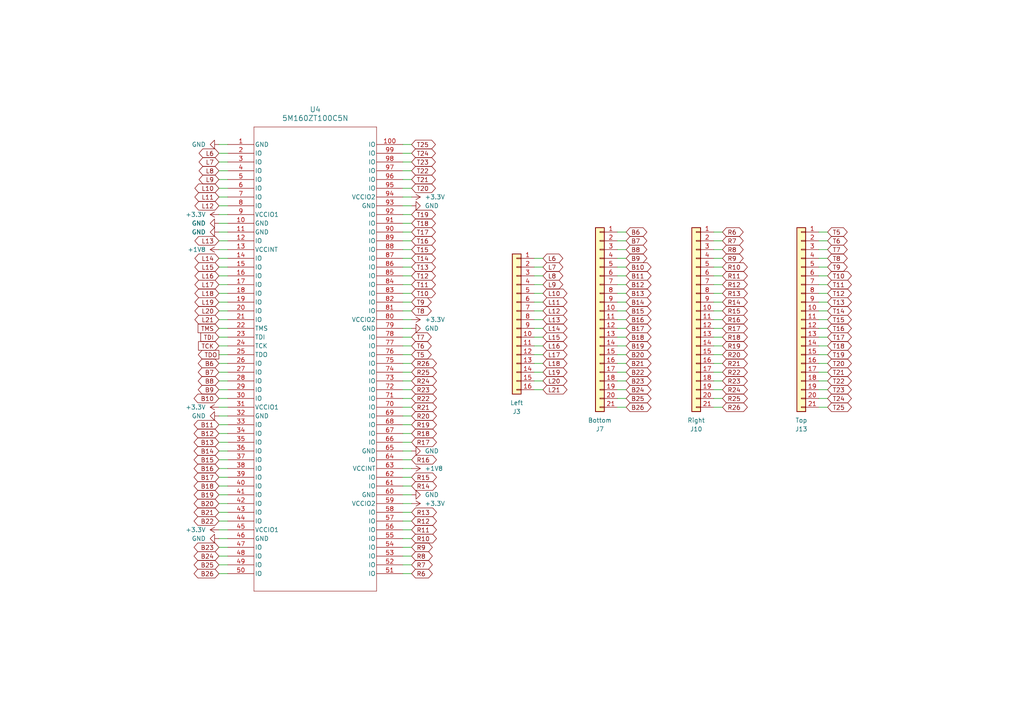
<source format=kicad_sch>
(kicad_sch (version 20230121) (generator eeschema)
  (paper "A4")
  (lib_symbols
    (symbol "0-symbols:5M160ZT100C5N" (pin_names (offset 0.254))
      (property "Reference" "U" (at 25.4 10.16 0))
      (property "Value" "5M160ZT100C5N" (at 25.4 7.62 0))
      (symbol "5M160ZT100C5N_0_1"
        (polyline (pts (xy 7.62 -129.54) (xy 43.18 -129.54)) (stroke (width 0.127)))
        (polyline (pts (xy 7.62 5.08) (xy 7.62 -129.54)) (stroke (width 0.127)))
        (polyline (pts (xy 43.18 -129.54) (xy 43.18 5.08)) (stroke (width 0.127)))
        (polyline (pts (xy 43.18 5.08) (xy 7.62 5.08)) (stroke (width 0.127)))
        (pin power_out line (at 0 0 0) (length 7.62) (name "GND") (number "1"))
        (pin power_out line (at 0 -22.86 0) (length 7.62) (name "GND") (number "10"))
        (pin bidirectional line (at 50.8 0 180) (length 7.62) (name "IO") (number "100"))
        (pin power_out line (at 0 -25.4 0) (length 7.62) (name "GND") (number "11"))
        (pin bidirectional line (at 0 -27.94 0) (length 7.62) (name "IO") (number "12"))
        (pin power_in line (at 0 -30.48 0) (length 7.62) (name "VCCINT") (number "13"))
        (pin bidirectional line (at 0 -33.02 0) (length 7.62) (name "IO") (number "14"))
        (pin bidirectional line (at 0 -35.56 0) (length 7.62) (name "IO") (number "15"))
        (pin bidirectional line (at 0 -38.1 0) (length 7.62) (name "IO") (number "16"))
        (pin bidirectional line (at 0 -40.64 0) (length 7.62) (name "IO") (number "17"))
        (pin bidirectional line (at 0 -43.18 0) (length 7.62) (name "IO") (number "18"))
        (pin bidirectional line (at 0 -45.72 0) (length 7.62) (name "IO") (number "19"))
        (pin bidirectional line (at 0 -2.54 0) (length 7.62) (name "IO") (number "2"))
        (pin bidirectional line (at 0 -48.26 0) (length 7.62) (name "IO") (number "20"))
        (pin bidirectional line (at 0 -50.8 0) (length 7.62) (name "IO") (number "21"))
        (pin input line (at 0 -53.34 0) (length 7.62) (name "TMS") (number "22"))
        (pin input line (at 0 -55.88 0) (length 7.62) (name "TDI") (number "23"))
        (pin input line (at 0 -58.42 0) (length 7.62) (name "TCK") (number "24"))
        (pin output line (at 0 -60.96 0) (length 7.62) (name "TDO") (number "25"))
        (pin bidirectional line (at 0 -63.5 0) (length 7.62) (name "IO") (number "26"))
        (pin bidirectional line (at 0 -66.04 0) (length 7.62) (name "IO") (number "27"))
        (pin bidirectional line (at 0 -68.58 0) (length 7.62) (name "IO") (number "28"))
        (pin bidirectional line (at 0 -71.12 0) (length 7.62) (name "IO") (number "29"))
        (pin bidirectional line (at 0 -5.08 0) (length 7.62) (name "IO") (number "3"))
        (pin bidirectional line (at 0 -73.66 0) (length 7.62) (name "IO") (number "30"))
        (pin power_in line (at 0 -76.2 0) (length 7.62) (name "VCCIO1") (number "31"))
        (pin power_out line (at 0 -78.74 0) (length 7.62) (name "GND") (number "32"))
        (pin bidirectional line (at 0 -81.28 0) (length 7.62) (name "IO") (number "33"))
        (pin bidirectional line (at 0 -83.82 0) (length 7.62) (name "IO") (number "34"))
        (pin bidirectional line (at 0 -86.36 0) (length 7.62) (name "IO") (number "35"))
        (pin bidirectional line (at 0 -88.9 0) (length 7.62) (name "IO") (number "36"))
        (pin bidirectional line (at 0 -91.44 0) (length 7.62) (name "IO") (number "37"))
        (pin bidirectional line (at 0 -93.98 0) (length 7.62) (name "IO") (number "38"))
        (pin bidirectional line (at 0 -96.52 0) (length 7.62) (name "IO") (number "39"))
        (pin bidirectional line (at 0 -7.62 0) (length 7.62) (name "IO") (number "4"))
        (pin bidirectional line (at 0 -99.06 0) (length 7.62) (name "IO") (number "40"))
        (pin bidirectional line (at 0 -101.6 0) (length 7.62) (name "IO") (number "41"))
        (pin bidirectional line (at 0 -104.14 0) (length 7.62) (name "IO") (number "42"))
        (pin bidirectional line (at 0 -106.68 0) (length 7.62) (name "IO") (number "43"))
        (pin bidirectional line (at 0 -109.22 0) (length 7.62) (name "IO") (number "44"))
        (pin power_in line (at 0 -111.76 0) (length 7.62) (name "VCCIO1") (number "45"))
        (pin power_out line (at 0 -114.3 0) (length 7.62) (name "GND") (number "46"))
        (pin bidirectional line (at 0 -116.84 0) (length 7.62) (name "IO") (number "47"))
        (pin bidirectional line (at 0 -119.38 0) (length 7.62) (name "IO") (number "48"))
        (pin bidirectional line (at 0 -121.92 0) (length 7.62) (name "IO") (number "49"))
        (pin bidirectional line (at 0 -10.16 0) (length 7.62) (name "IO") (number "5"))
        (pin bidirectional line (at 0 -124.46 0) (length 7.62) (name "IO") (number "50"))
        (pin bidirectional line (at 50.8 -124.46 180) (length 7.62) (name "IO") (number "51"))
        (pin bidirectional line (at 50.8 -121.92 180) (length 7.62) (name "IO") (number "52"))
        (pin bidirectional line (at 50.8 -119.38 180) (length 7.62) (name "IO") (number "53"))
        (pin bidirectional line (at 50.8 -116.84 180) (length 7.62) (name "IO") (number "54"))
        (pin bidirectional line (at 50.8 -114.3 180) (length 7.62) (name "IO") (number "55"))
        (pin bidirectional line (at 50.8 -111.76 180) (length 7.62) (name "IO") (number "56"))
        (pin bidirectional line (at 50.8 -109.22 180) (length 7.62) (name "IO") (number "57"))
        (pin bidirectional line (at 50.8 -106.68 180) (length 7.62) (name "IO") (number "58"))
        (pin power_in line (at 50.8 -104.14 180) (length 7.62) (name "VCCIO2") (number "59"))
        (pin bidirectional line (at 0 -12.7 0) (length 7.62) (name "IO") (number "6"))
        (pin power_out line (at 50.8 -101.6 180) (length 7.62) (name "GND") (number "60"))
        (pin bidirectional line (at 50.8 -99.06 180) (length 7.62) (name "IO") (number "61"))
        (pin bidirectional line (at 50.8 -96.52 180) (length 7.62) (name "IO") (number "62"))
        (pin power_in line (at 50.8 -93.98 180) (length 7.62) (name "VCCINT") (number "63"))
        (pin bidirectional line (at 50.8 -91.44 180) (length 7.62) (name "IO") (number "64"))
        (pin power_out line (at 50.8 -88.9 180) (length 7.62) (name "GND") (number "65"))
        (pin bidirectional line (at 50.8 -86.36 180) (length 7.62) (name "IO") (number "66"))
        (pin bidirectional line (at 50.8 -83.82 180) (length 7.62) (name "IO") (number "67"))
        (pin bidirectional line (at 50.8 -81.28 180) (length 7.62) (name "IO") (number "68"))
        (pin bidirectional line (at 50.8 -78.74 180) (length 7.62) (name "IO") (number "69"))
        (pin bidirectional line (at 0 -15.24 0) (length 7.62) (name "IO") (number "7"))
        (pin bidirectional line (at 50.8 -76.2 180) (length 7.62) (name "IO") (number "70"))
        (pin bidirectional line (at 50.8 -73.66 180) (length 7.62) (name "IO") (number "71"))
        (pin bidirectional line (at 50.8 -71.12 180) (length 7.62) (name "IO") (number "72"))
        (pin bidirectional line (at 50.8 -68.58 180) (length 7.62) (name "IO") (number "73"))
        (pin bidirectional line (at 50.8 -66.04 180) (length 7.62) (name "IO") (number "74"))
        (pin bidirectional line (at 50.8 -63.5 180) (length 7.62) (name "IO") (number "75"))
        (pin bidirectional line (at 50.8 -60.96 180) (length 7.62) (name "IO") (number "76"))
        (pin bidirectional line (at 50.8 -58.42 180) (length 7.62) (name "IO") (number "77"))
        (pin bidirectional line (at 50.8 -55.88 180) (length 7.62) (name "IO") (number "78"))
        (pin power_out line (at 50.8 -53.34 180) (length 7.62) (name "GND") (number "79"))
        (pin bidirectional line (at 0 -17.78 0) (length 7.62) (name "IO") (number "8"))
        (pin power_in line (at 50.8 -50.8 180) (length 7.62) (name "VCCIO2") (number "80"))
        (pin bidirectional line (at 50.8 -48.26 180) (length 7.62) (name "IO") (number "81"))
        (pin bidirectional line (at 50.8 -45.72 180) (length 7.62) (name "IO") (number "82"))
        (pin bidirectional line (at 50.8 -43.18 180) (length 7.62) (name "IO") (number "83"))
        (pin bidirectional line (at 50.8 -40.64 180) (length 7.62) (name "IO") (number "84"))
        (pin bidirectional line (at 50.8 -38.1 180) (length 7.62) (name "IO") (number "85"))
        (pin bidirectional line (at 50.8 -35.56 180) (length 7.62) (name "IO") (number "86"))
        (pin bidirectional line (at 50.8 -33.02 180) (length 7.62) (name "IO") (number "87"))
        (pin bidirectional line (at 50.8 -30.48 180) (length 7.62) (name "IO") (number "88"))
        (pin bidirectional line (at 50.8 -27.94 180) (length 7.62) (name "IO") (number "89"))
        (pin power_in line (at 0 -20.32 0) (length 7.62) (name "VCCIO1") (number "9"))
        (pin bidirectional line (at 50.8 -25.4 180) (length 7.62) (name "IO") (number "90"))
        (pin bidirectional line (at 50.8 -22.86 180) (length 7.62) (name "IO") (number "91"))
        (pin bidirectional line (at 50.8 -20.32 180) (length 7.62) (name "IO") (number "92"))
        (pin power_out line (at 50.8 -17.78 180) (length 7.62) (name "GND") (number "93"))
        (pin power_in line (at 50.8 -15.24 180) (length 7.62) (name "VCCIO2") (number "94"))
        (pin bidirectional line (at 50.8 -12.7 180) (length 7.62) (name "IO") (number "95"))
        (pin bidirectional line (at 50.8 -10.16 180) (length 7.62) (name "IO") (number "96"))
        (pin bidirectional line (at 50.8 -7.62 180) (length 7.62) (name "IO") (number "97"))
        (pin bidirectional line (at 50.8 -5.08 180) (length 7.62) (name "IO") (number "98"))
        (pin bidirectional line (at 50.8 -2.54 180) (length 7.62) (name "IO") (number "99"))
      )
    )
    (symbol "Connector_Generic:Conn_01x16" (pin_names (offset 1.016) hide)
      (property "Reference" "J" (at 0 20.32 0))
      (property "Value" "Conn_01x16" (at 0 -22.86 0))
      (symbol "Conn_01x16_1_1"
        (rectangle (start -1.27 -20.193) (end 0 -20.447) (stroke (width 0.1524)))
        (rectangle (start -1.27 -17.653) (end 0 -17.907) (stroke (width 0.1524)))
        (rectangle (start -1.27 -15.113) (end 0 -15.367) (stroke (width 0.1524)))
        (rectangle (start -1.27 -12.573) (end 0 -12.827) (stroke (width 0.1524)))
        (rectangle (start -1.27 -10.033) (end 0 -10.287) (stroke (width 0.1524)))
        (rectangle (start -1.27 -7.493) (end 0 -7.747) (stroke (width 0.1524)))
        (rectangle (start -1.27 -4.953) (end 0 -5.207) (stroke (width 0.1524)))
        (rectangle (start -1.27 -2.413) (end 0 -2.667) (stroke (width 0.1524)))
        (rectangle (start -1.27 0.127) (end 0 -0.127) (stroke (width 0.1524)))
        (rectangle (start -1.27 2.667) (end 0 2.413) (stroke (width 0.1524)))
        (rectangle (start -1.27 5.207) (end 0 4.953) (stroke (width 0.1524)))
        (rectangle (start -1.27 7.747) (end 0 7.493) (stroke (width 0.1524)))
        (rectangle (start -1.27 10.287) (end 0 10.033) (stroke (width 0.1524)))
        (rectangle (start -1.27 12.827) (end 0 12.573) (stroke (width 0.1524)))
        (rectangle (start -1.27 15.367) (end 0 15.113) (stroke (width 0.1524)))
        (rectangle (start -1.27 17.907) (end 0 17.653) (stroke (width 0.1524)))
        (rectangle (start -1.27 19.05) (end 1.27 -21.59) (stroke (width 0.254)) (fill (type background)))
        (pin passive line (at -5.08 17.78 0) (length 3.81) (name "Pin_1") (number "1"))
        (pin passive line (at -5.08 -5.08 0) (length 3.81) (name "Pin_10") (number "10"))
        (pin passive line (at -5.08 -7.62 0) (length 3.81) (name "Pin_11") (number "11"))
        (pin passive line (at -5.08 -10.16 0) (length 3.81) (name "Pin_12") (number "12"))
        (pin passive line (at -5.08 -12.7 0) (length 3.81) (name "Pin_13") (number "13"))
        (pin passive line (at -5.08 -15.24 0) (length 3.81) (name "Pin_14") (number "14"))
        (pin passive line (at -5.08 -17.78 0) (length 3.81) (name "Pin_15") (number "15"))
        (pin passive line (at -5.08 -20.32 0) (length 3.81) (name "Pin_16") (number "16"))
        (pin passive line (at -5.08 15.24 0) (length 3.81) (name "Pin_2") (number "2"))
        (pin passive line (at -5.08 12.7 0) (length 3.81) (name "Pin_3") (number "3"))
        (pin passive line (at -5.08 10.16 0) (length 3.81) (name "Pin_4") (number "4"))
        (pin passive line (at -5.08 7.62 0) (length 3.81) (name "Pin_5") (number "5"))
        (pin passive line (at -5.08 5.08 0) (length 3.81) (name "Pin_6") (number "6"))
        (pin passive line (at -5.08 2.54 0) (length 3.81) (name "Pin_7") (number "7"))
        (pin passive line (at -5.08 0 0) (length 3.81) (name "Pin_8") (number "8"))
        (pin passive line (at -5.08 -2.54 0) (length 3.81) (name "Pin_9") (number "9"))
      )
    )
    (symbol "Connector_Generic:Conn_01x21" (pin_names (offset 1.016) hide)
      (property "Reference" "J" (at 0 27.94 0))
      (property "Value" "Conn_01x21" (at 0 -27.94 0))
      (symbol "Conn_01x21_1_1"
        (rectangle (start -1.27 -25.273) (end 0 -25.527) (stroke (width 0.1524)))
        (rectangle (start -1.27 -22.733) (end 0 -22.987) (stroke (width 0.1524)))
        (rectangle (start -1.27 -20.193) (end 0 -20.447) (stroke (width 0.1524)))
        (rectangle (start -1.27 -17.653) (end 0 -17.907) (stroke (width 0.1524)))
        (rectangle (start -1.27 -15.113) (end 0 -15.367) (stroke (width 0.1524)))
        (rectangle (start -1.27 -12.573) (end 0 -12.827) (stroke (width 0.1524)))
        (rectangle (start -1.27 -10.033) (end 0 -10.287) (stroke (width 0.1524)))
        (rectangle (start -1.27 -7.493) (end 0 -7.747) (stroke (width 0.1524)))
        (rectangle (start -1.27 -4.953) (end 0 -5.207) (stroke (width 0.1524)))
        (rectangle (start -1.27 -2.413) (end 0 -2.667) (stroke (width 0.1524)))
        (rectangle (start -1.27 0.127) (end 0 -0.127) (stroke (width 0.1524)))
        (rectangle (start -1.27 2.667) (end 0 2.413) (stroke (width 0.1524)))
        (rectangle (start -1.27 5.207) (end 0 4.953) (stroke (width 0.1524)))
        (rectangle (start -1.27 7.747) (end 0 7.493) (stroke (width 0.1524)))
        (rectangle (start -1.27 10.287) (end 0 10.033) (stroke (width 0.1524)))
        (rectangle (start -1.27 12.827) (end 0 12.573) (stroke (width 0.1524)))
        (rectangle (start -1.27 15.367) (end 0 15.113) (stroke (width 0.1524)))
        (rectangle (start -1.27 17.907) (end 0 17.653) (stroke (width 0.1524)))
        (rectangle (start -1.27 20.447) (end 0 20.193) (stroke (width 0.1524)))
        (rectangle (start -1.27 22.987) (end 0 22.733) (stroke (width 0.1524)))
        (rectangle (start -1.27 25.527) (end 0 25.273) (stroke (width 0.1524)))
        (rectangle (start -1.27 26.67) (end 1.27 -26.67) (stroke (width 0.254)) (fill (type background)))
        (pin passive line (at -5.08 25.4 0) (length 3.81) (name "Pin_1") (number "1"))
        (pin passive line (at -5.08 2.54 0) (length 3.81) (name "Pin_10") (number "10"))
        (pin passive line (at -5.08 0 0) (length 3.81) (name "Pin_11") (number "11"))
        (pin passive line (at -5.08 -2.54 0) (length 3.81) (name "Pin_12") (number "12"))
        (pin passive line (at -5.08 -5.08 0) (length 3.81) (name "Pin_13") (number "13"))
        (pin passive line (at -5.08 -7.62 0) (length 3.81) (name "Pin_14") (number "14"))
        (pin passive line (at -5.08 -10.16 0) (length 3.81) (name "Pin_15") (number "15"))
        (pin passive line (at -5.08 -12.7 0) (length 3.81) (name "Pin_16") (number "16"))
        (pin passive line (at -5.08 -15.24 0) (length 3.81) (name "Pin_17") (number "17"))
        (pin passive line (at -5.08 -17.78 0) (length 3.81) (name "Pin_18") (number "18"))
        (pin passive line (at -5.08 -20.32 0) (length 3.81) (name "Pin_19") (number "19"))
        (pin passive line (at -5.08 22.86 0) (length 3.81) (name "Pin_2") (number "2"))
        (pin passive line (at -5.08 -22.86 0) (length 3.81) (name "Pin_20") (number "20"))
        (pin passive line (at -5.08 -25.4 0) (length 3.81) (name "Pin_21") (number "21"))
        (pin passive line (at -5.08 20.32 0) (length 3.81) (name "Pin_3") (number "3"))
        (pin passive line (at -5.08 17.78 0) (length 3.81) (name "Pin_4") (number "4"))
        (pin passive line (at -5.08 15.24 0) (length 3.81) (name "Pin_5") (number "5"))
        (pin passive line (at -5.08 12.7 0) (length 3.81) (name "Pin_6") (number "6"))
        (pin passive line (at -5.08 10.16 0) (length 3.81) (name "Pin_7") (number "7"))
        (pin passive line (at -5.08 7.62 0) (length 3.81) (name "Pin_8") (number "8"))
        (pin passive line (at -5.08 5.08 0) (length 3.81) (name "Pin_9") (number "9"))
      )
    )
    (symbol "power:+1V8" (power) (pin_names (offset 0))
      (property "Value" "+1V8" (at 0 3.556 0))
      (symbol "+1V8_0_1"
        (polyline (pts (xy -0.762 1.27) (xy 0 2.54)))
        (polyline (pts (xy 0 0) (xy 0 2.54)))
        (polyline (pts (xy 0 2.54) (xy 0.762 1.27)))
      )
      (symbol "+1V8_1_1"
        (pin power_in line (at 0 0 90) (length 0) hide (name "+1V8") (number "1"))
      )
    )
    (symbol "power:+3.3V" (power) (pin_names (offset 0))
      (property "Value" "+3.3V" (at 0 3.556 0))
      (symbol "+3.3V_0_1"
        (polyline (pts (xy -0.762 1.27) (xy 0 2.54)))
        (polyline (pts (xy 0 0) (xy 0 2.54)))
        (polyline (pts (xy 0 2.54) (xy 0.762 1.27)))
      )
      (symbol "+3.3V_1_1"
        (pin power_in line (at 0 0 90) (length 0) hide (name "+3.3V") (number "1"))
      )
    )
    (symbol "power:GND" (power) (pin_names (offset 0))
      (property "Value" "GND" (at 0 -3.81 0))
      (symbol "GND_0_1"
        (polyline (pts (xy 0 0) (xy 0 -1.27) (xy 1.27 -1.27) (xy 0 -2.54) (xy -1.27 -1.27) (xy 0 -1.27)))
      )
      (symbol "GND_1_1"
        (pin power_in line (at 0 0 270) (length 0) hide (name "GND") (number "1"))
      )
    )
  )
  (wire (pts (xy 116.84 107.95) (xy 119.38 107.95)))
  (wire (pts (xy 237.49 85.09) (xy 240.03 85.09)))
  (wire (pts (xy 116.84 87.63) (xy 119.38 87.63)))
  (wire (pts (xy 116.84 140.97) (xy 119.38 140.97)))
  (wire (pts (xy 237.49 107.95) (xy 240.03 107.95)))
  (wire (pts (xy 63.5 143.51) (xy 66.04 143.51)))
  (wire (pts (xy 63.5 120.65) (xy 66.04 120.65)))
  (wire (pts (xy 237.49 69.85) (xy 240.03 69.85)))
  (wire (pts (xy 237.49 74.93) (xy 240.03 74.93)))
  (wire (pts (xy 116.84 135.89) (xy 119.38 135.89)))
  (wire (pts (xy 154.94 77.47) (xy 157.48 77.47)))
  (wire (pts (xy 207.01 67.31) (xy 209.55 67.31)))
  (wire (pts (xy 207.01 72.39) (xy 209.55 72.39)))
  (wire (pts (xy 179.07 67.31) (xy 181.61 67.31)))
  (wire (pts (xy 63.5 82.55) (xy 66.04 82.55)))
  (wire (pts (xy 207.01 77.47) (xy 209.55 77.47)))
  (wire (pts (xy 116.84 44.45) (xy 119.38 44.45)))
  (wire (pts (xy 154.94 107.95) (xy 157.48 107.95)))
  (wire (pts (xy 63.5 74.93) (xy 66.04 74.93)))
  (wire (pts (xy 63.5 95.25) (xy 66.04 95.25)))
  (wire (pts (xy 63.5 100.33) (xy 66.04 100.33)))
  (wire (pts (xy 116.84 163.83) (xy 119.38 163.83)))
  (wire (pts (xy 63.5 64.77) (xy 66.04 64.77)))
  (wire (pts (xy 63.5 90.17) (xy 66.04 90.17)))
  (wire (pts (xy 63.5 133.35) (xy 66.04 133.35)))
  (wire (pts (xy 116.84 153.67) (xy 119.38 153.67)))
  (wire (pts (xy 237.49 115.57) (xy 240.03 115.57)))
  (wire (pts (xy 207.01 85.09) (xy 209.55 85.09)))
  (wire (pts (xy 154.94 80.01) (xy 157.48 80.01)))
  (wire (pts (xy 63.5 110.49) (xy 66.04 110.49)))
  (wire (pts (xy 116.84 67.31) (xy 119.38 67.31)))
  (wire (pts (xy 154.94 110.49) (xy 157.48 110.49)))
  (wire (pts (xy 63.5 123.19) (xy 66.04 123.19)))
  (wire (pts (xy 63.5 87.63) (xy 66.04 87.63)))
  (wire (pts (xy 63.5 113.03) (xy 66.04 113.03)))
  (wire (pts (xy 63.5 67.31) (xy 66.04 67.31)))
  (wire (pts (xy 63.5 148.59) (xy 66.04 148.59)))
  (wire (pts (xy 179.07 100.33) (xy 181.61 100.33)))
  (wire (pts (xy 207.01 100.33) (xy 209.55 100.33)))
  (wire (pts (xy 63.5 62.23) (xy 66.04 62.23)))
  (wire (pts (xy 207.01 95.25) (xy 209.55 95.25)))
  (wire (pts (xy 63.5 49.53) (xy 66.04 49.53)))
  (wire (pts (xy 116.84 151.13) (xy 119.38 151.13)))
  (wire (pts (xy 63.5 72.39) (xy 66.04 72.39)))
  (wire (pts (xy 207.01 92.71) (xy 209.55 92.71)))
  (wire (pts (xy 179.07 87.63) (xy 181.61 87.63)))
  (wire (pts (xy 179.07 113.03) (xy 181.61 113.03)))
  (wire (pts (xy 237.49 72.39) (xy 240.03 72.39)))
  (wire (pts (xy 207.01 110.49) (xy 209.55 110.49)))
  (wire (pts (xy 116.84 72.39) (xy 119.38 72.39)))
  (wire (pts (xy 237.49 113.03) (xy 240.03 113.03)))
  (wire (pts (xy 154.94 90.17) (xy 157.48 90.17)))
  (wire (pts (xy 63.5 44.45) (xy 66.04 44.45)))
  (wire (pts (xy 179.07 74.93) (xy 181.61 74.93)))
  (wire (pts (xy 237.49 105.41) (xy 240.03 105.41)))
  (wire (pts (xy 116.84 166.37) (xy 119.38 166.37)))
  (wire (pts (xy 116.84 85.09) (xy 119.38 85.09)))
  (wire (pts (xy 237.49 80.01) (xy 240.03 80.01)))
  (wire (pts (xy 116.84 46.99) (xy 119.38 46.99)))
  (wire (pts (xy 63.5 161.29) (xy 66.04 161.29)))
  (wire (pts (xy 116.84 148.59) (xy 119.38 148.59)))
  (wire (pts (xy 154.94 92.71) (xy 157.48 92.71)))
  (wire (pts (xy 63.5 166.37) (xy 66.04 166.37)))
  (wire (pts (xy 116.84 92.71) (xy 119.38 92.71)))
  (wire (pts (xy 63.5 153.67) (xy 66.04 153.67)))
  (wire (pts (xy 116.84 143.51) (xy 119.38 143.51)))
  (wire (pts (xy 154.94 102.87) (xy 157.48 102.87)))
  (wire (pts (xy 207.01 102.87) (xy 209.55 102.87)))
  (wire (pts (xy 179.07 107.95) (xy 181.61 107.95)))
  (wire (pts (xy 207.01 115.57) (xy 209.55 115.57)))
  (wire (pts (xy 154.94 95.25) (xy 157.48 95.25)))
  (wire (pts (xy 116.84 59.69) (xy 119.38 59.69)))
  (wire (pts (xy 179.07 82.55) (xy 181.61 82.55)))
  (wire (pts (xy 179.07 85.09) (xy 181.61 85.09)))
  (wire (pts (xy 179.07 90.17) (xy 181.61 90.17)))
  (wire (pts (xy 237.49 102.87) (xy 240.03 102.87)))
  (wire (pts (xy 63.5 115.57) (xy 66.04 115.57)))
  (wire (pts (xy 63.5 59.69) (xy 66.04 59.69)))
  (wire (pts (xy 63.5 92.71) (xy 66.04 92.71)))
  (wire (pts (xy 179.07 105.41) (xy 181.61 105.41)))
  (wire (pts (xy 237.49 90.17) (xy 240.03 90.17)))
  (wire (pts (xy 63.5 130.81) (xy 66.04 130.81)))
  (wire (pts (xy 237.49 92.71) (xy 240.03 92.71)))
  (wire (pts (xy 116.84 146.05) (xy 119.38 146.05)))
  (wire (pts (xy 237.49 118.11) (xy 240.03 118.11)))
  (wire (pts (xy 63.5 118.11) (xy 66.04 118.11)))
  (wire (pts (xy 116.84 161.29) (xy 119.38 161.29)))
  (wire (pts (xy 63.5 128.27) (xy 66.04 128.27)))
  (wire (pts (xy 63.5 107.95) (xy 66.04 107.95)))
  (wire (pts (xy 63.5 52.07) (xy 66.04 52.07)))
  (wire (pts (xy 207.01 74.93) (xy 209.55 74.93)))
  (wire (pts (xy 207.01 118.11) (xy 209.55 118.11)))
  (wire (pts (xy 116.84 158.75) (xy 119.38 158.75)))
  (wire (pts (xy 63.5 80.01) (xy 66.04 80.01)))
  (wire (pts (xy 179.07 95.25) (xy 181.61 95.25)))
  (wire (pts (xy 237.49 97.79) (xy 240.03 97.79)))
  (wire (pts (xy 63.5 146.05) (xy 66.04 146.05)))
  (wire (pts (xy 116.84 64.77) (xy 119.38 64.77)))
  (wire (pts (xy 116.84 95.25) (xy 119.38 95.25)))
  (wire (pts (xy 154.94 87.63) (xy 157.48 87.63)))
  (wire (pts (xy 116.84 100.33) (xy 119.38 100.33)))
  (wire (pts (xy 116.84 113.03) (xy 119.38 113.03)))
  (wire (pts (xy 207.01 69.85) (xy 209.55 69.85)))
  (wire (pts (xy 116.84 156.21) (xy 119.38 156.21)))
  (wire (pts (xy 179.07 80.01) (xy 181.61 80.01)))
  (wire (pts (xy 63.5 105.41) (xy 66.04 105.41)))
  (wire (pts (xy 154.94 82.55) (xy 157.48 82.55)))
  (wire (pts (xy 116.84 105.41) (xy 119.38 105.41)))
  (wire (pts (xy 116.84 62.23) (xy 119.38 62.23)))
  (wire (pts (xy 116.84 52.07) (xy 119.38 52.07)))
  (wire (pts (xy 63.5 46.99) (xy 66.04 46.99)))
  (wire (pts (xy 154.94 74.93) (xy 157.48 74.93)))
  (wire (pts (xy 237.49 82.55) (xy 240.03 82.55)))
  (wire (pts (xy 116.84 123.19) (xy 119.38 123.19)))
  (wire (pts (xy 179.07 102.87) (xy 181.61 102.87)))
  (wire (pts (xy 207.01 82.55) (xy 209.55 82.55)))
  (wire (pts (xy 63.5 151.13) (xy 66.04 151.13)))
  (wire (pts (xy 116.84 102.87) (xy 119.38 102.87)))
  (wire (pts (xy 207.01 107.95) (xy 209.55 107.95)))
  (wire (pts (xy 116.84 54.61) (xy 119.38 54.61)))
  (wire (pts (xy 116.84 125.73) (xy 119.38 125.73)))
  (wire (pts (xy 179.07 72.39) (xy 181.61 72.39)))
  (wire (pts (xy 179.07 92.71) (xy 181.61 92.71)))
  (wire (pts (xy 179.07 115.57) (xy 181.61 115.57)))
  (wire (pts (xy 116.84 110.49) (xy 119.38 110.49)))
  (wire (pts (xy 207.01 87.63) (xy 209.55 87.63)))
  (wire (pts (xy 179.07 77.47) (xy 181.61 77.47)))
  (wire (pts (xy 116.84 128.27) (xy 119.38 128.27)))
  (wire (pts (xy 116.84 133.35) (xy 119.38 133.35)))
  (wire (pts (xy 116.84 77.47) (xy 119.38 77.47)))
  (wire (pts (xy 116.84 49.53) (xy 119.38 49.53)))
  (wire (pts (xy 237.49 87.63) (xy 240.03 87.63)))
  (wire (pts (xy 237.49 95.25) (xy 240.03 95.25)))
  (wire (pts (xy 63.5 158.75) (xy 66.04 158.75)))
  (wire (pts (xy 207.01 105.41) (xy 209.55 105.41)))
  (wire (pts (xy 116.84 118.11) (xy 119.38 118.11)))
  (wire (pts (xy 237.49 67.31) (xy 240.03 67.31)))
  (wire (pts (xy 63.5 57.15) (xy 66.04 57.15)))
  (wire (pts (xy 237.49 100.33) (xy 240.03 100.33)))
  (wire (pts (xy 116.84 138.43) (xy 119.38 138.43)))
  (wire (pts (xy 116.84 90.17) (xy 119.38 90.17)))
  (wire (pts (xy 116.84 115.57) (xy 119.38 115.57)))
  (wire (pts (xy 63.5 77.47) (xy 66.04 77.47)))
  (wire (pts (xy 63.5 54.61) (xy 66.04 54.61)))
  (wire (pts (xy 116.84 74.93) (xy 119.38 74.93)))
  (wire (pts (xy 179.07 118.11) (xy 181.61 118.11)))
  (wire (pts (xy 63.5 41.91) (xy 66.04 41.91)))
  (wire (pts (xy 63.5 125.73) (xy 66.04 125.73)))
  (wire (pts (xy 207.01 80.01) (xy 209.55 80.01)))
  (wire (pts (xy 116.84 80.01) (xy 119.38 80.01)))
  (wire (pts (xy 63.5 163.83) (xy 66.04 163.83)))
  (wire (pts (xy 154.94 105.41) (xy 157.48 105.41)))
  (wire (pts (xy 116.84 130.81) (xy 119.38 130.81)))
  (wire (pts (xy 63.5 97.79) (xy 66.04 97.79)))
  (wire (pts (xy 63.5 69.85) (xy 66.04 69.85)))
  (wire (pts (xy 63.5 135.89) (xy 66.04 135.89)))
  (wire (pts (xy 63.5 140.97) (xy 66.04 140.97)))
  (wire (pts (xy 116.84 82.55) (xy 119.38 82.55)))
  (wire (pts (xy 207.01 97.79) (xy 209.55 97.79)))
  (wire (pts (xy 207.01 90.17) (xy 209.55 90.17)))
  (wire (pts (xy 154.94 100.33) (xy 157.48 100.33)))
  (wire (pts (xy 154.94 97.79) (xy 157.48 97.79)))
  (wire (pts (xy 237.49 110.49) (xy 240.03 110.49)))
  (wire (pts (xy 179.07 110.49) (xy 181.61 110.49)))
  (wire (pts (xy 237.49 77.47) (xy 240.03 77.47)))
  (wire (pts (xy 179.07 97.79) (xy 181.61 97.79)))
  (wire (pts (xy 116.84 97.79) (xy 119.38 97.79)))
  (wire (pts (xy 207.01 113.03) (xy 209.55 113.03)))
  (wire (pts (xy 116.84 69.85) (xy 119.38 69.85)))
  (wire (pts (xy 63.5 85.09) (xy 66.04 85.09)))
  (wire (pts (xy 154.94 85.09) (xy 157.48 85.09)))
  (wire (pts (xy 154.94 113.03) (xy 157.48 113.03)))
  (wire (pts (xy 116.84 120.65) (xy 119.38 120.65)))
  (wire (pts (xy 63.5 156.21) (xy 66.04 156.21)))
  (wire (pts (xy 63.5 138.43) (xy 66.04 138.43)))
  (wire (pts (xy 116.84 57.15) (xy 119.38 57.15)))
  (wire (pts (xy 116.84 41.91) (xy 119.38 41.91)))
  (wire (pts (xy 179.07 69.85) (xy 181.61 69.85)))
  (wire (pts (xy 63.5 102.87) (xy 66.04 102.87)))
  (global_label "R11" (shape bidirectional) (at 209.55 80.01 0) (property "Intersheetrefs" "${INTERSHEET_REFS}" (effects hide)))
  (global_label "R18" (shape bidirectional) (at 119.38 125.73 0) (property "Intersheetrefs" "${INTERSHEET_REFS}" (effects hide)))
  (global_label "B23" (shape bidirectional) (at 181.61 110.49 0) (property "Intersheetrefs" "${INTERSHEET_REFS}" (effects hide)))
  (global_label "B10" (shape bidirectional) (at 181.61 77.47 0) (property "Intersheetrefs" "${INTERSHEET_REFS}" (effects hide)))
  (global_label "R6" (shape bidirectional) (at 209.55 67.31 0) (property "Intersheetrefs" "${INTERSHEET_REFS}" (effects hide)))
  (global_label "R8" (shape bidirectional) (at 119.38 161.29 0) (property "Intersheetrefs" "${INTERSHEET_REFS}" (effects hide)))
  (global_label "T12" (shape bidirectional) (at 119.38 80.01 0) (property "Intersheetrefs" "${INTERSHEET_REFS}" (effects hide)))
  (global_label "B13" (shape bidirectional) (at 181.61 85.09 0) (property "Intersheetrefs" "${INTERSHEET_REFS}" (effects hide)))
  (global_label "B24" (shape bidirectional) (at 63.5 161.29 180) (property "Intersheetrefs" "${INTERSHEET_REFS}" (effects hide)))
  (global_label "L12" (shape bidirectional) (at 157.48 90.17 0) (property "Intersheetrefs" "${INTERSHEET_REFS}" (effects hide)))
  (global_label "T22" (shape bidirectional) (at 119.38 49.53 0) (property "Intersheetrefs" "${INTERSHEET_REFS}" (effects hide)))
  (global_label "T7" (shape bidirectional) (at 240.03 72.39 0) (property "Intersheetrefs" "${INTERSHEET_REFS}" (effects hide)))
  (global_label "L17" (shape bidirectional) (at 157.48 102.87 0) (property "Intersheetrefs" "${INTERSHEET_REFS}" (effects hide)))
  (global_label "B15" (shape bidirectional) (at 63.5 133.35 180) (property "Intersheetrefs" "${INTERSHEET_REFS}" (effects hide)))
  (global_label "R25" (shape bidirectional) (at 209.55 115.57 0) (property "Intersheetrefs" "${INTERSHEET_REFS}" (effects hide)))
  (global_label "L13" (shape bidirectional) (at 157.48 92.71 0) (property "Intersheetrefs" "${INTERSHEET_REFS}" (effects hide)))
  (global_label "B20" (shape bidirectional) (at 181.61 102.87 0) (property "Intersheetrefs" "${INTERSHEET_REFS}" (effects hide)))
  (global_label "B17" (shape bidirectional) (at 181.61 95.25 0) (property "Intersheetrefs" "${INTERSHEET_REFS}" (effects hide)))
  (global_label "R22" (shape bidirectional) (at 119.38 115.57 0) (property "Intersheetrefs" "${INTERSHEET_REFS}" (effects hide)))
  (global_label "B16" (shape bidirectional) (at 63.5 135.89 180) (property "Intersheetrefs" "${INTERSHEET_REFS}" (effects hide)))
  (global_label "T23" (shape bidirectional) (at 119.38 46.99 0) (property "Intersheetrefs" "${INTERSHEET_REFS}" (effects hide)))
  (global_label "T13" (shape bidirectional) (at 240.03 87.63 0) (property "Intersheetrefs" "${INTERSHEET_REFS}" (effects hide)))
  (global_label "B23" (shape bidirectional) (at 63.5 158.75 180) (property "Intersheetrefs" "${INTERSHEET_REFS}" (effects hide)))
  (global_label "R13" (shape bidirectional) (at 119.38 148.59 0) (property "Intersheetrefs" "${INTERSHEET_REFS}" (effects hide)))
  (global_label "B6" (shape bidirectional) (at 181.61 67.31 0) (property "Intersheetrefs" "${INTERSHEET_REFS}" (effects hide)))
  (global_label "B8" (shape bidirectional) (at 63.5 110.49 180) (property "Intersheetrefs" "${INTERSHEET_REFS}" (effects hide)))
  (global_label "B11" (shape bidirectional) (at 63.5 123.19 180) (property "Intersheetrefs" "${INTERSHEET_REFS}" (effects hide)))
  (global_label "T17" (shape bidirectional) (at 119.38 67.31 0) (property "Intersheetrefs" "${INTERSHEET_REFS}" (effects hide)))
  (global_label "T7" (shape bidirectional) (at 119.38 97.79 0) (property "Intersheetrefs" "${INTERSHEET_REFS}" (effects hide)))
  (global_label "B15" (shape bidirectional) (at 181.61 90.17 0) (property "Intersheetrefs" "${INTERSHEET_REFS}" (effects hide)))
  (global_label "R9" (shape bidirectional) (at 209.55 74.93 0) (property "Intersheetrefs" "${INTERSHEET_REFS}" (effects hide)))
  (global_label "B8" (shape bidirectional) (at 181.61 72.39 0) (property "Intersheetrefs" "${INTERSHEET_REFS}" (effects hide)))
  (global_label "R17" (shape bidirectional) (at 119.38 128.27 0) (property "Intersheetrefs" "${INTERSHEET_REFS}" (effects hide)))
  (global_label "T15" (shape bidirectional) (at 119.38 72.39 0) (property "Intersheetrefs" "${INTERSHEET_REFS}" (effects hide)))
  (global_label "L7" (shape bidirectional) (at 63.5 46.99 180) (property "Intersheetrefs" "${INTERSHEET_REFS}" (effects hide)))
  (global_label "B9" (shape bidirectional) (at 181.61 74.93 0) (property "Intersheetrefs" "${INTERSHEET_REFS}" (effects hide)))
  (global_label "B7" (shape bidirectional) (at 181.61 69.85 0) (property "Intersheetrefs" "${INTERSHEET_REFS}" (effects hide)))
  (global_label "R10" (shape bidirectional) (at 209.55 77.47 0) (property "Intersheetrefs" "${INTERSHEET_REFS}" (effects hide)))
  (global_label "L16" (shape bidirectional) (at 157.48 100.33 0) (property "Intersheetrefs" "${INTERSHEET_REFS}" (effects hide)))
  (global_label "R19" (shape bidirectional) (at 119.38 123.19 0) (property "Intersheetrefs" "${INTERSHEET_REFS}" (effects hide)))
  (global_label "T12" (shape bidirectional) (at 240.03 85.09 0) (property "Intersheetrefs" "${INTERSHEET_REFS}" (effects hide)))
  (global_label "TDO" (shape output) (at 63.5 102.87 180) (property "Intersheetrefs" "${INTERSHEET_REFS}" (effects hide)))
  (global_label "B20" (shape bidirectional) (at 63.5 146.05 180) (property "Intersheetrefs" "${INTERSHEET_REFS}" (effects hide)))
  (global_label "L21" (shape bidirectional) (at 157.48 113.03 0) (property "Intersheetrefs" "${INTERSHEET_REFS}" (effects hide)))
  (global_label "T6" (shape bidirectional) (at 119.38 100.33 0) (property "Intersheetrefs" "${INTERSHEET_REFS}" (effects hide)))
  (global_label "L18" (shape bidirectional) (at 157.48 105.41 0) (property "Intersheetrefs" "${INTERSHEET_REFS}" (effects hide)))
  (global_label "T20" (shape bidirectional) (at 240.03 105.41 0) (property "Intersheetrefs" "${INTERSHEET_REFS}" (effects hide)))
  (global_label "R12" (shape bidirectional) (at 119.38 151.13 0) (property "Intersheetrefs" "${INTERSHEET_REFS}" (effects hide)))
  (global_label "R24" (shape bidirectional) (at 209.55 113.03 0) (property "Intersheetrefs" "${INTERSHEET_REFS}" (effects hide)))
  (global_label "L18" (shape bidirectional) (at 63.5 85.09 180) (property "Intersheetrefs" "${INTERSHEET_REFS}" (effects hide)))
  (global_label "T19" (shape bidirectional) (at 240.03 102.87 0) (property "Intersheetrefs" "${INTERSHEET_REFS}" (effects hide)))
  (global_label "B21" (shape bidirectional) (at 63.5 148.59 180) (property "Intersheetrefs" "${INTERSHEET_REFS}" (effects hide)))
  (global_label "B25" (shape bidirectional) (at 63.5 163.83 180) (property "Intersheetrefs" "${INTERSHEET_REFS}" (effects hide)))
  (global_label "R9" (shape bidirectional) (at 119.38 158.75 0) (property "Intersheetrefs" "${INTERSHEET_REFS}" (effects hide)))
  (global_label "B12" (shape bidirectional) (at 63.5 125.73 180) (property "Intersheetrefs" "${INTERSHEET_REFS}" (effects hide)))
  (global_label "R21" (shape bidirectional) (at 119.38 118.11 0) (property "Intersheetrefs" "${INTERSHEET_REFS}" (effects hide)))
  (global_label "R14" (shape bidirectional) (at 209.55 87.63 0) (property "Intersheetrefs" "${INTERSHEET_REFS}" (effects hide)))
  (global_label "R6" (shape bidirectional) (at 119.38 166.37 0) (property "Intersheetrefs" "${INTERSHEET_REFS}" (effects hide)))
  (global_label "B17" (shape bidirectional) (at 63.5 138.43 180) (property "Intersheetrefs" "${INTERSHEET_REFS}" (effects hide)))
  (global_label "B12" (shape bidirectional) (at 181.61 82.55 0) (property "Intersheetrefs" "${INTERSHEET_REFS}" (effects hide)))
  (global_label "B19" (shape bidirectional) (at 181.61 100.33 0) (property "Intersheetrefs" "${INTERSHEET_REFS}" (effects hide)))
  (global_label "T15" (shape bidirectional) (at 240.03 92.71 0) (property "Intersheetrefs" "${INTERSHEET_REFS}" (effects hide)))
  (global_label "R24" (shape bidirectional) (at 119.38 110.49 0) (property "Intersheetrefs" "${INTERSHEET_REFS}" (effects hide)))
  (global_label "T24" (shape bidirectional) (at 240.03 115.57 0) (property "Intersheetrefs" "${INTERSHEET_REFS}" (effects hide)))
  (global_label "L21" (shape bidirectional) (at 63.5 92.71 180) (property "Intersheetrefs" "${INTERSHEET_REFS}" (effects hide)))
  (global_label "L20" (shape bidirectional) (at 157.48 110.49 0) (property "Intersheetrefs" "${INTERSHEET_REFS}" (effects hide)))
  (global_label "B16" (shape bidirectional) (at 181.61 92.71 0) (property "Intersheetrefs" "${INTERSHEET_REFS}" (effects hide)))
  (global_label "B18" (shape bidirectional) (at 63.5 140.97 180) (property "Intersheetrefs" "${INTERSHEET_REFS}" (effects hide)))
  (global_label "T16" (shape bidirectional) (at 240.03 95.25 0) (property "Intersheetrefs" "${INTERSHEET_REFS}" (effects hide)))
  (global_label "R22" (shape bidirectional) (at 209.55 107.95 0) (property "Intersheetrefs" "${INTERSHEET_REFS}" (effects hide)))
  (global_label "R23" (shape bidirectional) (at 209.55 110.49 0) (property "Intersheetrefs" "${INTERSHEET_REFS}" (effects hide)))
  (global_label "T8" (shape bidirectional) (at 119.38 90.17 0) (property "Intersheetrefs" "${INTERSHEET_REFS}" (effects hide)))
  (global_label "T19" (shape bidirectional) (at 119.38 62.23 0) (property "Intersheetrefs" "${INTERSHEET_REFS}" (effects hide)))
  (global_label "R11" (shape bidirectional) (at 119.38 153.67 0) (property "Intersheetrefs" "${INTERSHEET_REFS}" (effects hide)))
  (global_label "L15" (shape bidirectional) (at 63.5 77.47 180) (property "Intersheetrefs" "${INTERSHEET_REFS}" (effects hide)))
  (global_label "L17" (shape bidirectional) (at 63.5 82.55 180) (property "Intersheetrefs" "${INTERSHEET_REFS}" (effects hide)))
  (global_label "B26" (shape bidirectional) (at 63.5 166.37 180) (property "Intersheetrefs" "${INTERSHEET_REFS}" (effects hide)))
  (global_label "T11" (shape bidirectional) (at 240.03 82.55 0) (property "Intersheetrefs" "${INTERSHEET_REFS}" (effects hide)))
  (global_label "L10" (shape bidirectional) (at 157.48 85.09 0) (property "Intersheetrefs" "${INTERSHEET_REFS}" (effects hide)))
  (global_label "T5" (shape bidirectional) (at 119.38 102.87 0) (property "Intersheetrefs" "${INTERSHEET_REFS}" (effects hide)))
  (global_label "R15" (shape bidirectional) (at 209.55 90.17 0) (property "Intersheetrefs" "${INTERSHEET_REFS}" (effects hide)))
  (global_label "R13" (shape bidirectional) (at 209.55 85.09 0) (property "Intersheetrefs" "${INTERSHEET_REFS}" (effects hide)))
  (global_label "R25" (shape bidirectional) (at 119.38 107.95 0) (property "Intersheetrefs" "${INTERSHEET_REFS}" (effects hide)))
  (global_label "T17" (shape bidirectional) (at 240.03 97.79 0) (property "Intersheetrefs" "${INTERSHEET_REFS}" (effects hide)))
  (global_label "T24" (shape bidirectional) (at 119.38 44.45 0) (property "Intersheetrefs" "${INTERSHEET_REFS}" (effects hide)))
  (global_label "B11" (shape bidirectional) (at 181.61 80.01 0) (property "Intersheetrefs" "${INTERSHEET_REFS}" (effects hide)))
  (global_label "R17" (shape bidirectional) (at 209.55 95.25 0) (property "Intersheetrefs" "${INTERSHEET_REFS}" (effects hide)))
  (global_label "L19" (shape bidirectional) (at 157.48 107.95 0) (property "Intersheetrefs" "${INTERSHEET_REFS}" (effects hide)))
  (global_label "T11" (shape bidirectional) (at 119.38 82.55 0) (property "Intersheetrefs" "${INTERSHEET_REFS}" (effects hide)))
  (global_label "R15" (shape bidirectional) (at 119.38 138.43 0) (property "Intersheetrefs" "${INTERSHEET_REFS}" (effects hide)))
  (global_label "B22" (shape bidirectional) (at 181.61 107.95 0) (property "Intersheetrefs" "${INTERSHEET_REFS}" (effects hide)))
  (global_label "T25" (shape bidirectional) (at 240.03 118.11 0) (property "Intersheetrefs" "${INTERSHEET_REFS}" (effects hide)))
  (global_label "T18" (shape bidirectional) (at 119.38 64.77 0) (property "Intersheetrefs" "${INTERSHEET_REFS}" (effects hide)))
  (global_label "B14" (shape bidirectional) (at 63.5 130.81 180) (property "Intersheetrefs" "${INTERSHEET_REFS}" (effects hide)))
  (global_label "B10" (shape bidirectional) (at 63.5 115.57 180) (property "Intersheetrefs" "${INTERSHEET_REFS}" (effects hide)))
  (global_label "R10" (shape bidirectional) (at 119.38 156.21 0) (property "Intersheetrefs" "${INTERSHEET_REFS}" (effects hide)))
  (global_label "R18" (shape bidirectional) (at 209.55 97.79 0) (property "Intersheetrefs" "${INTERSHEET_REFS}" (effects hide)))
  (global_label "B18" (shape bidirectional) (at 181.61 97.79 0) (property "Intersheetrefs" "${INTERSHEET_REFS}" (effects hide)))
  (global_label "R26" (shape bidirectional) (at 119.38 105.41 0) (property "Intersheetrefs" "${INTERSHEET_REFS}" (effects hide)))
  (global_label "T22" (shape bidirectional) (at 240.03 110.49 0) (property "Intersheetrefs" "${INTERSHEET_REFS}" (effects hide)))
  (global_label "L9" (shape bidirectional) (at 157.48 82.55 0) (property "Intersheetrefs" "${INTERSHEET_REFS}" (effects hide)))
  (global_label "T5" (shape bidirectional) (at 240.03 67.31 0) (property "Intersheetrefs" "${INTERSHEET_REFS}" (effects hide)))
  (global_label "R14" (shape bidirectional) (at 119.38 140.97 0) (property "Intersheetrefs" "${INTERSHEET_REFS}" (effects hide)))
  (global_label "B13" (shape bidirectional) (at 63.5 128.27 180) (property "Intersheetrefs" "${INTERSHEET_REFS}" (effects hide)))
  (global_label "B25" (shape bidirectional) (at 181.61 115.57 0) (property "Intersheetrefs" "${INTERSHEET_REFS}" (effects hide)))
  (global_label "T9" (shape bidirectional) (at 119.38 87.63 0) (property "Intersheetrefs" "${INTERSHEET_REFS}" (effects hide)))
  (global_label "TDI" (shape input) (at 63.5 97.79 180) (property "Intersheetrefs" "${INTERSHEET_REFS}" (effects hide)))
  (global_label "R16" (shape bidirectional) (at 119.38 133.35 0) (property "Intersheetrefs" "${INTERSHEET_REFS}" (effects hide)))
  (global_label "R20" (shape bidirectional) (at 119.38 120.65 0) (property "Intersheetrefs" "${INTERSHEET_REFS}" (effects hide)))
  (global_label "L6" (shape bidirectional) (at 157.48 74.93 0) (property "Intersheetrefs" "${INTERSHEET_REFS}" (effects hide)))
  (global_label "TCK" (shape input) (at 63.5 100.33 180) (property "Intersheetrefs" "${INTERSHEET_REFS}" (effects hide)))
  (global_label "T10" (shape bidirectional) (at 119.38 85.09 0) (property "Intersheetrefs" "${INTERSHEET_REFS}" (effects hide)))
  (global_label "L11" (shape bidirectional) (at 63.5 57.15 180) (property "Intersheetrefs" "${INTERSHEET_REFS}" (effects hide)))
  (global_label "B7" (shape bidirectional) (at 63.5 107.95 180) (property "Intersheetrefs" "${INTERSHEET_REFS}" (effects hide)))
  (global_label "L16" (shape bidirectional) (at 63.5 80.01 180) (property "Intersheetrefs" "${INTERSHEET_REFS}" (effects hide)))
  (global_label "T13" (shape bidirectional) (at 119.38 77.47 0) (property "Intersheetrefs" "${INTERSHEET_REFS}" (effects hide)))
  (global_label "R19" (shape bidirectional) (at 209.55 100.33 0) (property "Intersheetrefs" "${INTERSHEET_REFS}" (effects hide)))
  (global_label "L14" (shape bidirectional) (at 157.48 95.25 0) (property "Intersheetrefs" "${INTERSHEET_REFS}" (effects hide)))
  (global_label "B6" (shape bidirectional) (at 63.5 105.41 180) (property "Intersheetrefs" "${INTERSHEET_REFS}" (effects hide)))
  (global_label "L13" (shape bidirectional) (at 63.5 69.85 180) (property "Intersheetrefs" "${INTERSHEET_REFS}" (effects hide)))
  (global_label "B21" (shape bidirectional) (at 181.61 105.41 0) (property "Intersheetrefs" "${INTERSHEET_REFS}" (effects hide)))
  (global_label "T14" (shape bidirectional) (at 119.38 74.93 0) (property "Intersheetrefs" "${INTERSHEET_REFS}" (effects hide)))
  (global_label "R23" (shape bidirectional) (at 119.38 113.03 0) (property "Intersheetrefs" "${INTERSHEET_REFS}" (effects hide)))
  (global_label "R16" (shape bidirectional) (at 209.55 92.71 0) (property "Intersheetrefs" "${INTERSHEET_REFS}" (effects hide)))
  (global_label "T10" (shape bidirectional) (at 240.03 80.01 0) (property "Intersheetrefs" "${INTERSHEET_REFS}" (effects hide)))
  (global_label "T21" (shape bidirectional) (at 240.03 107.95 0) (property "Intersheetrefs" "${INTERSHEET_REFS}" (effects hide)))
  (global_label "T8" (shape bidirectional) (at 240.03 74.93 0) (property "Intersheetrefs" "${INTERSHEET_REFS}" (effects hide)))
  (global_label "R12" (shape bidirectional) (at 209.55 82.55 0) (property "Intersheetrefs" "${INTERSHEET_REFS}" (effects hide)))
  (global_label "L20" (shape bidirectional) (at 63.5 90.17 180) (property "Intersheetrefs" "${INTERSHEET_REFS}" (effects hide)))
  (global_label "B9" (shape bidirectional) (at 63.5 113.03 180) (property "Intersheetrefs" "${INTERSHEET_REFS}" (effects hide)))
  (global_label "L8" (shape bidirectional) (at 63.5 49.53 180) (property "Intersheetrefs" "${INTERSHEET_REFS}" (effects hide)))
  (global_label "L10" (shape bidirectional) (at 63.5 54.61 180) (property "Intersheetrefs" "${INTERSHEET_REFS}" (effects hide)))
  (global_label "R26" (shape bidirectional) (at 209.55 118.11 0) (property "Intersheetrefs" "${INTERSHEET_REFS}" (effects hide)))
  (global_label "R7" (shape bidirectional) (at 209.55 69.85 0) (property "Intersheetrefs" "${INTERSHEET_REFS}" (effects hide)))
  (global_label "L12" (shape bidirectional) (at 63.5 59.69 180) (property "Intersheetrefs" "${INTERSHEET_REFS}" (effects hide)))
  (global_label "R7" (shape bidirectional) (at 119.38 163.83 0) (property "Intersheetrefs" "${INTERSHEET_REFS}" (effects hide)))
  (global_label "B24" (shape bidirectional) (at 181.61 113.03 0) (property "Intersheetrefs" "${INTERSHEET_REFS}" (effects hide)))
  (global_label "T18" (shape bidirectional) (at 240.03 100.33 0) (property "Intersheetrefs" "${INTERSHEET_REFS}" (effects hide)))
  (global_label "T25" (shape bidirectional) (at 119.38 41.91 0) (property "Intersheetrefs" "${INTERSHEET_REFS}" (effects hide)))
  (global_label "R8" (shape bidirectional) (at 209.55 72.39 0) (property "Intersheetrefs" "${INTERSHEET_REFS}" (effects hide)))
  (global_label "L9" (shape bidirectional) (at 63.5 52.07 180) (property "Intersheetrefs" "${INTERSHEET_REFS}" (effects hide)))
  (global_label "B14" (shape bidirectional) (at 181.61 87.63 0) (property "Intersheetrefs" "${INTERSHEET_REFS}" (effects hide)))
  (global_label "T9" (shape bidirectional) (at 240.03 77.47 0) (property "Intersheetrefs" "${INTERSHEET_REFS}" (effects hide)))
  (global_label "R20" (shape bidirectional) (at 209.55 102.87 0) (property "Intersheetrefs" "${INTERSHEET_REFS}" (effects hide)))
  (global_label "T6" (shape bidirectional) (at 240.03 69.85 0) (property "Intersheetrefs" "${INTERSHEET_REFS}" (effects hide)))
  (global_label "T23" (shape bidirectional) (at 240.03 113.03 0) (property "Intersheetrefs" "${INTERSHEET_REFS}" (effects hide)))
  (global_label "T21" (shape bidirectional) (at 119.38 52.07 0) (property "Intersheetrefs" "${INTERSHEET_REFS}" (effects hide)))
  (global_label "L14" (shape bidirectional) (at 63.5 74.93 180) (property "Intersheetrefs" "${INTERSHEET_REFS}" (effects hide)))
  (global_label "T14" (shape bidirectional) (at 240.03 90.17 0) (property "Intersheetrefs" "${INTERSHEET_REFS}" (effects hide)))
  (global_label "T16" (shape bidirectional) (at 119.38 69.85 0) (property "Intersheetrefs" "${INTERSHEET_REFS}" (effects hide)))
  (global_label "B22" (shape bidirectional) (at 63.5 151.13 180) (property "Intersheetrefs" "${INTERSHEET_REFS}" (effects hide)))
  (global_label "L19" (shape bidirectional) (at 63.5 87.63 180) (property "Intersheetrefs" "${INTERSHEET_REFS}" (effects hide)))
  (global_label "L15" (shape bidirectional) (at 157.48 97.79 0) (property "Intersheetrefs" "${INTERSHEET_REFS}" (effects hide)))
  (global_label "L11" (shape bidirectional) (at 157.48 87.63 0) (property "Intersheetrefs" "${INTERSHEET_REFS}" (effects hide)))
  (global_label "L7" (shape bidirectional) (at 157.48 77.47 0) (property "Intersheetrefs" "${INTERSHEET_REFS}" (effects hide)))
  (global_label "B19" (shape bidirectional) (at 63.5 143.51 180) (property "Intersheetrefs" "${INTERSHEET_REFS}" (effects hide)))
  (global_label "R21" (shape bidirectional) (at 209.55 105.41 0) (property "Intersheetrefs" "${INTERSHEET_REFS}" (effects hide)))
  (global_label "T20" (shape bidirectional) (at 119.38 54.61 0) (property "Intersheetrefs" "${INTERSHEET_REFS}" (effects hide)))
  (global_label "L6" (shape bidirectional) (at 63.5 44.45 180) (property "Intersheetrefs" "${INTERSHEET_REFS}" (effects hide)))
  (global_label "B26" (shape bidirectional) (at 181.61 118.11 0) (property "Intersheetrefs" "${INTERSHEET_REFS}" (effects hide)))
  (global_label "L8" (shape bidirectional) (at 157.48 80.01 0) (property "Intersheetrefs" "${INTERSHEET_REFS}" (effects hide)))
  (global_label "TMS" (shape input) (at 63.5 95.25 180) (property "Intersheetrefs" "${INTERSHEET_REFS}" (effects hide)))
  (symbol (lib_id "Connector_Generic:Conn_01x21") (at 201.93 92.71 0) (mirror y) (unit 1)
    (property "Reference" "J10" (at 201.93 124.46 0))
    (property "Value" "Right" (at 201.93 121.92 0))
    (property "Footprint" "Connector_PinSocket_2.54mm:PinSocket_1x21_P2.54mm_Vertical" (effects hide))
  )
  (symbol (lib_id "power:+3.3V") (at 63.5 118.11 90) (unit 1)
    (property "Reference" "#PWR042" (effects hide))
    (property "Value" "+3.3V" (at 59.69 118.11 90) (effects (justify left)))
  )
  (symbol (lib_id "power:+1V8") (at 119.38 135.89 270) (unit 1)
    (property "Reference" "#PWR057" (effects hide))
    (property "Value" "+1V8" (at 123.19 135.89 90) (effects (justify left)))
  )
  (symbol (lib_id "power:GND") (at 63.5 67.31 270) (unit 1)
    (property "Reference" "#PWR017" (effects hide))
    (property "Value" "GND" (at 59.69 67.31 90) (effects (justify right)))
  )
  (symbol (lib_id "Connector_Generic:Conn_01x21") (at 173.99 92.71 0) (mirror y) (unit 1)
    (property "Reference" "J7" (at 173.99 124.46 0))
    (property "Value" "Bottom" (at 173.99 121.92 0))
    (property "Footprint" "Connector_PinSocket_2.54mm:PinSocket_1x21_P2.54mm_Vertical" (effects hide))
  )
  (symbol (lib_id "power:GND") (at 119.38 95.25 90) (unit 1)
    (property "Reference" "#PWR012" (effects hide))
    (property "Value" "GND" (at 123.19 95.25 90) (effects (justify right)))
  )
  (symbol (lib_id "Connector_Generic:Conn_01x21") (at 232.41 92.71 0) (mirror y) (unit 1)
    (property "Reference" "J13" (at 232.41 124.46 0))
    (property "Value" "Top" (at 232.41 121.92 0))
    (property "Footprint" "Connector_PinSocket_2.54mm:PinSocket_1x21_P2.54mm_Vertical" (effects hide))
  )
  (symbol (lib_id "Connector_Generic:Conn_01x16") (at 149.86 92.71 0) (mirror y) (unit 1)
    (property "Reference" "J3" (at 149.86 119.38 0))
    (property "Value" "Left" (at 149.86 116.84 0))
    (property "Footprint" "Connector_PinSocket_2.54mm:PinSocket_1x16_P2.54mm_Vertical" (effects hide))
  )
  (symbol (lib_id "power:+3.3V") (at 119.38 92.71 270) (unit 1)
    (property "Reference" "#PWR046" (effects hide))
    (property "Value" "+3.3V" (at 123.19 92.71 90) (effects (justify left)))
  )
  (symbol (lib_id "power:+1V8") (at 63.5 72.39 90) (unit 1)
    (property "Reference" "#PWR056" (effects hide))
    (property "Value" "+1V8" (at 59.69 72.39 90) (effects (justify left)))
  )
  (symbol (lib_id "power:+3.3V") (at 63.5 62.23 90) (unit 1)
    (property "Reference" "#PWR043" (effects hide))
    (property "Value" "+3.3V" (at 59.69 62.23 90) (effects (justify left)))
  )
  (symbol (lib_id "power:GND") (at 119.38 130.81 90) (unit 1)
    (property "Reference" "#PWR013" (effects hide))
    (property "Value" "GND" (at 123.19 130.81 90) (effects (justify right)))
  )
  (symbol (lib_id "power:+3.3V") (at 63.5 153.67 90) (unit 1)
    (property "Reference" "#PWR044" (effects hide))
    (property "Value" "+3.3V" (at 59.69 153.67 90) (effects (justify left)))
  )
  (symbol (lib_id "power:GND") (at 63.5 156.21 270) (unit 1)
    (property "Reference" "#PWR015" (effects hide))
    (property "Value" "GND" (at 59.69 156.21 90) (effects (justify right)))
  )
  (symbol (lib_id "power:GND") (at 119.38 59.69 90) (unit 1)
    (property "Reference" "#PWR011" (effects hide))
    (property "Value" "GND" (at 123.19 59.69 90) (effects (justify right)))
  )
  (symbol (lib_id "0-symbols:5M160ZT100C5N") (at 66.04 41.91 0) (unit 1)
    (property "Reference" "U4" (at 91.44 31.75 0) (effects (font (size 1.524 1.524))))
    (property "Value" "5M160ZT100C5N" (at 91.44 34.29 0) (effects (font (size 1.524 1.524))))
    (property "Footprint" "0-footprints:TQFP100_WRIEBOND_A-1.20_INT" (effects hide))
    (property "Datasheet" "5M160ZT100C5N" (effects hide))
  )
  (symbol (lib_id "power:+3.3V") (at 119.38 146.05 270) (unit 1)
    (property "Reference" "#PWR045" (effects hide))
    (property "Value" "+3.3V" (at 123.19 146.05 90) (effects (justify left)))
  )
  (symbol (lib_id "power:GND") (at 63.5 41.91 270) (unit 1)
    (property "Reference" "#PWR019" (effects hide))
    (property "Value" "GND" (at 59.69 41.91 90) (effects (justify right)))
  )
  (symbol (lib_id "power:GND") (at 63.5 64.77 270) (unit 1)
    (property "Reference" "#PWR018" (effects hide))
    (property "Value" "GND" (at 59.69 64.77 90) (effects (justify right)))
  )
  (symbol (lib_id "power:GND") (at 63.5 120.65 270) (unit 1)
    (property "Reference" "#PWR016" (effects hide))
    (property "Value" "GND" (at 59.69 120.65 90) (effects (justify right)))
  )
  (symbol (lib_id "power:GND") (at 119.38 143.51 90) (unit 1)
    (property "Reference" "#PWR014" (effects hide))
    (property "Value" "GND" (at 123.19 143.51 90) (effects (justify right)))
  )
  (symbol (lib_id "power:+3.3V") (at 119.38 57.15 270) (unit 1)
    (property "Reference" "#PWR047" (effects hide))
    (property "Value" "+3.3V" (at 123.19 57.15 90) (effects (justify left)))
  )
)
</source>
